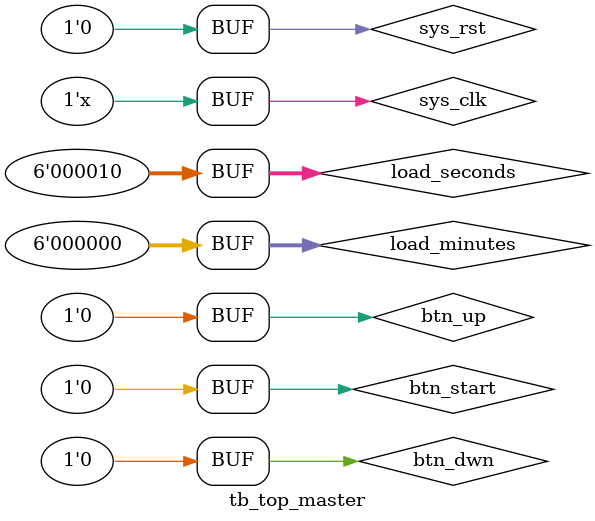
<source format=v>
`timescale 1ns / 1ps

module tb_top_master(
    );
    
reg sys_clk;
reg sys_rst;
reg btn_up;
reg btn_dwn;
reg btn_start;
//reg pizza;
//reg potato;
reg [5:0] load_minutes;
reg [5:0] load_seconds;
wire [7:0] AN;
wire [6:0] display;
wire DP;
wire [15:0] LED;
wire start;
wire idle;
//wire buzzer;
//wire temp_SCL;

   
top_master GEN(
    .sys_clk(sys_clk),
    .sys_rst(sys_rst),
    .btn_up(btn_up),
    .btn_dwn(btn_dwn),
    .btn_start(btn_start),
    //.potato(potato),
    //.pizza(pizza),
    .load_minutes(load_minutes), 
    .load_seconds(load_seconds),   
    .AN(AN),
    .display(display),
    .DP(DP),    
    .LED(LED),
    .start(start),
    .idle(idle),
    //.buzzer(buzzer)
    //.temp_SCL(temp_SCL)
    );    
    
    
initial begin
sys_clk = 0;
sys_rst = 1;
btn_up = 0;
btn_dwn = 0;
btn_start = 0;
//pizza = 0;
//potato = 0;
load_minutes = 6'd0;
load_seconds = 6'd2;
end    
    
always    
    #5 sys_clk = ~sys_clk;
    
initial begin
#5
sys_rst = 0;
#1000000
btn_up = 1;
#30000000
btn_up = 0;
#1000000
btn_up = 1;
#30000000
btn_up = 0;
#1000000
btn_up = 1;
#30000000
btn_up = 0;
#1000000
btn_dwn = 1;
#30000000
btn_dwn = 0;
#1000000
btn_dwn = 1;
#30000000
btn_dwn = 0;
#1000000
btn_dwn = 1;
#30000000
btn_dwn = 0;
#1000000
btn_dwn = 1;
#30000000
btn_dwn = 0;
#1000000
btn_dwn = 1;
#30000000
btn_dwn = 0;
#30000000
btn_start = 1;
#30000000
btn_start = 0;

end    
endmodule

</source>
